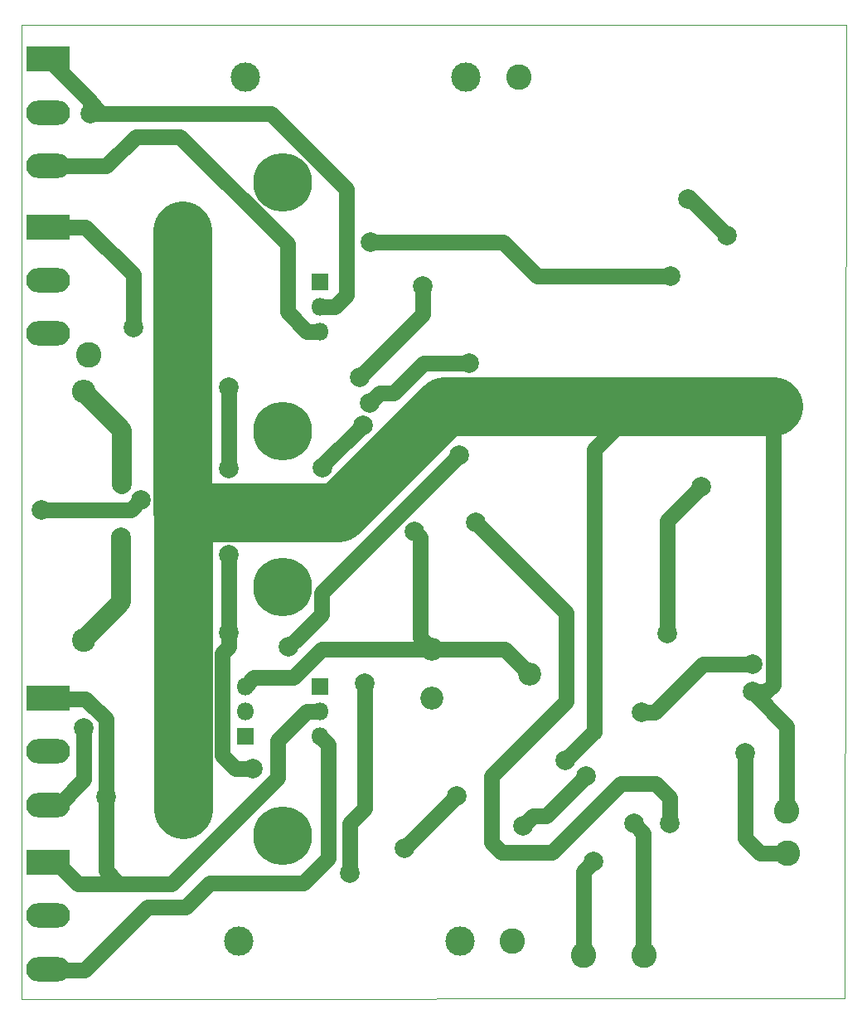
<source format=gbl>
%TF.GenerationSoftware,KiCad,Pcbnew,5.1.5-52549c5~84~ubuntu18.04.1*%
%TF.CreationDate,2020-03-16T18:49:37+13:00*%
%TF.ProjectId,Trimodal SMD,5472696d-6f64-4616-9c20-534d442e6b69,rev?*%
%TF.SameCoordinates,Original*%
%TF.FileFunction,Copper,L2,Bot*%
%TF.FilePolarity,Positive*%
%FSLAX46Y46*%
G04 Gerber Fmt 4.6, Leading zero omitted, Abs format (unit mm)*
G04 Created by KiCad (PCBNEW 5.1.5-52549c5~84~ubuntu18.04.1) date 2020-03-16 18:49:37*
%MOMM*%
%LPD*%
G04 APERTURE LIST*
%ADD10C,0.100000*%
%ADD11C,6.000000*%
%ADD12C,3.000000*%
%ADD13C,2.600000*%
%ADD14C,2.400000*%
%ADD15O,2.400000X2.400000*%
%ADD16C,2.340000*%
%ADD17O,1.800000X1.800000*%
%ADD18R,1.800000X1.800000*%
%ADD19R,4.500000X2.500000*%
%ADD20O,4.500000X2.500000*%
%ADD21C,2.000000*%
%ADD22C,5.000000*%
%ADD23C,4.000000*%
%ADD24C,1.600000*%
%ADD25C,6.000001*%
%ADD26C,2.000000*%
G04 APERTURE END LIST*
D10*
X146494500Y-32131000D02*
X146367500Y-131572000D01*
X62230000Y-32194500D02*
X146494500Y-32131000D01*
X62293500Y-131635500D02*
X62230000Y-32194500D01*
X146367500Y-131572000D02*
X62293500Y-131635500D01*
D11*
X88900000Y-114935000D03*
X88900000Y-89535000D03*
D12*
X107055000Y-125730000D03*
X84455000Y-125730000D03*
X85090000Y-37465000D03*
X107690000Y-37465000D03*
D11*
X88900000Y-48260000D03*
X88900000Y-73660000D03*
D13*
X140525500Y-116713000D03*
X140398500Y-112395000D03*
X69151500Y-65849500D03*
X85344000Y-81915000D03*
X112395000Y-125730000D03*
X113030000Y-37465000D03*
D14*
X68580000Y-94996000D03*
D15*
X68580000Y-69596000D03*
D16*
X104140000Y-95925000D03*
X114140000Y-98425000D03*
X104140000Y-100925000D03*
D13*
X89725500Y-81978500D03*
D17*
X92710000Y-104775000D03*
X92710000Y-102235000D03*
D18*
X92710000Y-99695000D03*
D19*
X64960500Y-117665500D03*
D20*
X64960500Y-123115500D03*
X64960500Y-128565500D03*
D18*
X92710000Y-58420000D03*
D17*
X92710000Y-60960000D03*
X92710000Y-63500000D03*
D19*
X64960500Y-35645500D03*
D20*
X64960500Y-41095500D03*
X64960500Y-46545500D03*
D18*
X85090000Y-104775000D03*
D17*
X85090000Y-102235000D03*
X85090000Y-99695000D03*
D20*
X64960500Y-63690500D03*
X64960500Y-58240500D03*
D19*
X64960500Y-52790500D03*
X64960500Y-100901500D03*
D20*
X64960500Y-106351500D03*
X64960500Y-111801500D03*
D13*
X119697500Y-127127000D03*
X125857000Y-127127000D03*
D21*
X124800500Y-113728500D03*
X120713500Y-117602000D03*
X136144000Y-106489500D03*
D22*
X78676500Y-53149500D03*
X78740000Y-111569500D03*
D23*
X118745000Y-70993000D03*
X139065000Y-71120000D03*
D21*
X117792500Y-107251500D03*
X136906000Y-100266500D03*
X128216250Y-94287750D03*
X131699000Y-79311500D03*
X102362000Y-83883500D03*
X97917000Y-54356000D03*
X128587500Y-57848500D03*
X89535000Y-95694500D03*
X106997500Y-76073000D03*
X101409500Y-116205000D03*
X106680000Y-110934500D03*
X72453500Y-84455000D03*
X83415000Y-94210000D03*
X83439000Y-69146999D03*
X83415000Y-86233000D03*
X83439000Y-77470000D03*
X85852000Y-108077000D03*
X64325500Y-81661000D03*
X74422000Y-80645000D03*
X125565000Y-102324000D03*
X136969500Y-97409000D03*
X108648500Y-82931000D03*
X128480000Y-113684500D03*
X72517000Y-79057500D03*
X113474500Y-113919000D03*
X119951500Y-108839000D03*
X93027500Y-77343000D03*
X97152316Y-73027684D03*
X70866000Y-110998000D03*
X69278500Y-41211500D03*
X73660000Y-63055500D03*
X97345500Y-99377500D03*
X95758000Y-118745000D03*
X97806817Y-70722183D03*
X107950000Y-66675000D03*
X130302000Y-49911000D03*
X134302500Y-53657500D03*
X68643500Y-103949500D03*
X96837500Y-68135500D03*
X103251000Y-58864500D03*
D24*
X125800499Y-114728499D02*
X125800499Y-127564501D01*
X124800500Y-113728500D02*
X125800499Y-114728499D01*
X119713501Y-118601999D02*
X119713501Y-127555499D01*
X120713500Y-117602000D02*
X119713501Y-118601999D01*
X136144000Y-106489500D02*
X136144000Y-115189000D01*
X137668000Y-116713000D02*
X140525500Y-116713000D01*
X136144000Y-115189000D02*
X137668000Y-116713000D01*
D25*
X80645000Y-81915000D02*
X82483477Y-81915000D01*
X82483477Y-81915000D02*
X94615000Y-81915000D01*
X94615000Y-81915000D02*
X105410000Y-71120000D01*
X78740000Y-81915000D02*
X80645000Y-81915000D01*
X105410000Y-71120000D02*
X118745000Y-71120000D01*
X139065000Y-71120000D02*
X139065000Y-71120000D01*
X139065000Y-71120000D02*
X139065000Y-71120000D01*
X78740000Y-81915000D02*
X78740000Y-112268000D01*
X78676500Y-81851500D02*
X78740000Y-81915000D01*
X78676500Y-53149500D02*
X78676500Y-81851500D01*
X128524000Y-71120000D02*
X139065000Y-71120000D01*
D24*
X120777000Y-75501500D02*
X125158500Y-71120000D01*
X120650000Y-104394000D02*
X120777000Y-104394000D01*
X117792500Y-107251500D02*
X120650000Y-104394000D01*
D25*
X118745000Y-71120000D02*
X125158500Y-71120000D01*
D24*
X120777000Y-104394000D02*
X120777000Y-75501500D01*
D25*
X125158500Y-71120000D02*
X128524000Y-71120000D01*
D24*
X140398500Y-103759000D02*
X140398500Y-112395000D01*
X136906000Y-100266500D02*
X140398500Y-103759000D01*
X139065000Y-73948427D02*
X139065000Y-71120000D01*
X139065000Y-99521713D02*
X139065000Y-73948427D01*
X138320213Y-100266500D02*
X139065000Y-99521713D01*
X136906000Y-100266500D02*
X138320213Y-100266500D01*
X128216250Y-94287750D02*
X128216250Y-82794250D01*
X128216250Y-82794250D02*
X131699000Y-79311500D01*
X131699000Y-79311500D02*
X131699000Y-79311500D01*
X102485371Y-95925000D02*
X104140000Y-95925000D01*
X92879998Y-95925000D02*
X102485371Y-95925000D01*
X90009997Y-98795001D02*
X92879998Y-95925000D01*
X85989999Y-98795001D02*
X90009997Y-98795001D01*
X85090000Y-99695000D02*
X85989999Y-98795001D01*
X111640000Y-95925000D02*
X114140000Y-98425000D01*
X104140000Y-95925000D02*
X111640000Y-95925000D01*
X102970001Y-94755001D02*
X102970001Y-84491501D01*
X104140000Y-95925000D02*
X102970001Y-94755001D01*
X102970001Y-84491501D02*
X102362000Y-83883500D01*
X102362000Y-83883500D02*
X102362000Y-83883500D01*
X97917000Y-54356000D02*
X111442500Y-54356000D01*
X111442500Y-54356000D02*
X114935000Y-57848500D01*
X114935000Y-57848500D02*
X128587500Y-57848500D01*
X128587500Y-57848500D02*
X128587500Y-57848500D01*
X106997500Y-76073000D02*
X106997500Y-76073000D01*
X90534999Y-94694501D02*
X89535000Y-95694500D01*
X92900001Y-92329499D02*
X90534999Y-94694501D01*
X92900001Y-90170499D02*
X92900001Y-92329499D01*
X106997500Y-76073000D02*
X92900001Y-90170499D01*
X101409500Y-116205000D02*
X106680000Y-110934500D01*
X106680000Y-110934500D02*
X106680000Y-110934500D01*
X83415000Y-94210000D02*
X83415000Y-86399500D01*
X83415000Y-86399500D02*
X83415000Y-86399500D01*
X83439000Y-69146999D02*
X83439000Y-70561212D01*
X83439000Y-70561212D02*
X83439000Y-77470000D01*
X83439000Y-77470000D02*
X83439000Y-77470000D01*
X83415000Y-95624213D02*
X82740010Y-96299203D01*
X83415000Y-94210000D02*
X83415000Y-95624213D01*
X82740010Y-96299203D02*
X82740010Y-106743010D01*
X82740010Y-106743010D02*
X84074000Y-108077000D01*
X84074000Y-108077000D02*
X85852000Y-108077000D01*
X85852000Y-108077000D02*
X85852000Y-108077000D01*
D26*
X72453500Y-91122500D02*
X68580000Y-94996000D01*
X72453500Y-84455000D02*
X72453500Y-91122500D01*
D24*
X73406000Y-81661000D02*
X64325500Y-81661000D01*
X74549000Y-80518000D02*
X73406000Y-81661000D01*
X126979213Y-102324000D02*
X131005213Y-98298000D01*
X125565000Y-102324000D02*
X126979213Y-102324000D01*
X131005213Y-98298000D02*
X131005213Y-98293287D01*
X131005213Y-98293287D02*
X131889500Y-97409000D01*
X131889500Y-97409000D02*
X136969500Y-97409000D01*
X136969500Y-97409000D02*
X136969500Y-97409000D01*
X117919500Y-92202000D02*
X108648500Y-82931000D01*
X117919500Y-101219000D02*
X117919500Y-92202000D01*
X110299500Y-115633500D02*
X110299500Y-108839000D01*
X128480000Y-111081000D02*
X127000000Y-109601000D01*
X128480000Y-113684500D02*
X128480000Y-111081000D01*
X111295239Y-116629239D02*
X110299500Y-115633500D01*
X110299500Y-108839000D02*
X117919500Y-101219000D01*
X127000000Y-109601000D02*
X123507500Y-109601000D01*
X123507500Y-109601000D02*
X116479261Y-116629239D01*
X116479261Y-116629239D02*
X111295239Y-116629239D01*
D26*
X72517000Y-73533000D02*
X68580000Y-69596000D01*
X72517000Y-79057500D02*
X72517000Y-73533000D01*
D24*
X113474500Y-113919000D02*
X114474499Y-112919001D01*
X114474499Y-112919001D02*
X115871499Y-112919001D01*
X115871499Y-112919001D02*
X119951500Y-108839000D01*
X119951500Y-108839000D02*
X119951500Y-108839000D01*
X64960500Y-46545500D02*
X70929500Y-46545500D01*
X70929500Y-46545500D02*
X73914000Y-43561000D01*
X73914000Y-43561000D02*
X78422500Y-43561000D01*
X78422500Y-43561000D02*
X89408000Y-54546500D01*
X89408000Y-61470792D02*
X91437208Y-63500000D01*
X91437208Y-63500000D02*
X92710000Y-63500000D01*
X89408000Y-54546500D02*
X89408000Y-61470792D01*
X97152316Y-73027684D02*
X97152316Y-73027684D01*
X93027500Y-77152500D02*
X97152316Y-73027684D01*
X93027500Y-77343000D02*
X93027500Y-77152500D01*
X65897000Y-117740000D02*
X68045000Y-119888000D01*
X64897000Y-117740000D02*
X65897000Y-117740000D01*
X77597000Y-119888000D02*
X88455500Y-109029500D01*
X91437208Y-102235000D02*
X92710000Y-102235000D01*
X88455500Y-105216708D02*
X91437208Y-102235000D01*
X88455500Y-109029500D02*
X88455500Y-105216708D01*
X68810500Y-100987000D02*
X70866000Y-103042500D01*
X64960500Y-100987000D02*
X68810500Y-100987000D01*
X70866000Y-118554500D02*
X72199500Y-119888000D01*
X70866000Y-103042500D02*
X70866000Y-110998000D01*
X68045000Y-119888000D02*
X72199500Y-119888000D01*
X72199500Y-119888000D02*
X77597000Y-119888000D01*
X70866000Y-110998000D02*
X70866000Y-118554500D01*
X87771502Y-41211500D02*
X95440500Y-48880498D01*
X74295000Y-41211500D02*
X87771502Y-41211500D01*
X93982792Y-60960000D02*
X92710000Y-60960000D01*
X95440500Y-59781500D02*
X94262000Y-60960000D01*
X94262000Y-60960000D02*
X93982792Y-60960000D01*
X95440500Y-48880498D02*
X95440500Y-59781500D01*
X64960500Y-35645500D02*
X65681000Y-35645500D01*
X73342500Y-41211500D02*
X72517000Y-41211500D01*
X74295000Y-41211500D02*
X73342500Y-41211500D01*
X69278500Y-41211500D02*
X69088000Y-41211500D01*
X69278500Y-39963500D02*
X64960500Y-35645500D01*
X69278500Y-41211500D02*
X69278500Y-39963500D01*
X69278500Y-40068500D02*
X70421500Y-41211500D01*
X69278500Y-39963500D02*
X69278500Y-40068500D01*
X72517000Y-41211500D02*
X70421500Y-41211500D01*
X70421500Y-41211500D02*
X69278500Y-41211500D01*
X68810500Y-52790500D02*
X73660000Y-57640000D01*
X64960500Y-52790500D02*
X68810500Y-52790500D01*
X73660000Y-57640000D02*
X73660000Y-63055500D01*
X73660000Y-63055500D02*
X73660000Y-63055500D01*
X95758000Y-113711287D02*
X97345500Y-112123787D01*
X95758000Y-115125500D02*
X95758000Y-113711287D01*
X97345500Y-112123787D02*
X97345500Y-99377500D01*
X97345500Y-99377500D02*
X97345500Y-99377500D01*
X95758000Y-115125500D02*
X95758000Y-118745000D01*
X95758000Y-118745000D02*
X95758000Y-118745000D01*
X98806816Y-69722184D02*
X100267316Y-69722184D01*
X97806817Y-70722183D02*
X98806816Y-69722184D01*
X100267316Y-69722184D02*
X103314500Y-66675000D01*
X103314500Y-66675000D02*
X107950000Y-66675000D01*
X107950000Y-66675000D02*
X108013500Y-66675000D01*
X130556000Y-49911000D02*
X134302500Y-53657500D01*
X130302000Y-49911000D02*
X130556000Y-49911000D01*
X68643500Y-105029000D02*
X68643500Y-105029000D01*
X65960500Y-111887000D02*
X64960500Y-111887000D01*
X68643500Y-103949500D02*
X68643500Y-109204000D01*
X68643500Y-109204000D02*
X65960500Y-111887000D01*
X93609999Y-105674999D02*
X92710000Y-104775000D01*
X93609999Y-117273501D02*
X93609999Y-105674999D01*
X64897000Y-128640000D02*
X68747000Y-128640000D01*
X68747000Y-128640000D02*
X75149500Y-122237500D01*
X75149500Y-122237500D02*
X79057500Y-122237500D01*
X79057500Y-122237500D02*
X81470500Y-119824500D01*
X81470500Y-119824500D02*
X91059000Y-119824500D01*
X91059000Y-119824500D02*
X93609999Y-117273501D01*
X96837500Y-68135500D02*
X103251000Y-61722000D01*
X103251000Y-61722000D02*
X103251000Y-58864500D01*
X103251000Y-58864500D02*
X103251000Y-58864500D01*
M02*

</source>
